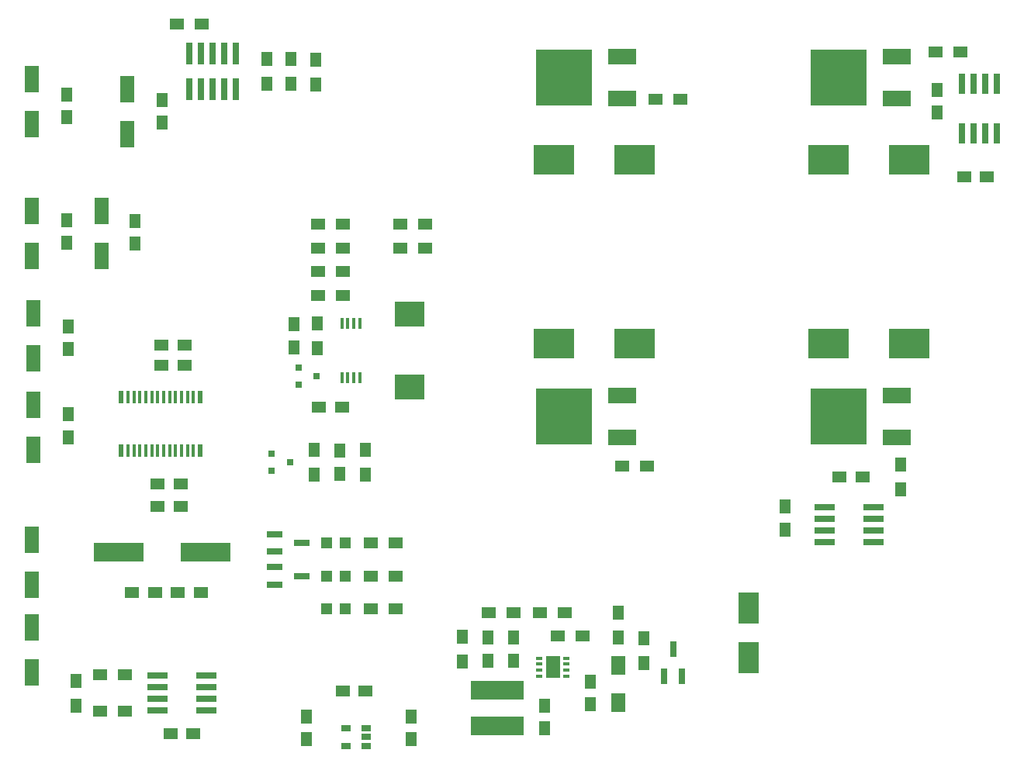
<source format=gtp>
G04 #@! TF.FileFunction,Paste,Top*
%FSLAX46Y46*%
G04 Gerber Fmt 4.6, Leading zero omitted, Abs format (unit mm)*
G04 Created by KiCad (PCBNEW 4.0.0-stable) date Thursday, 26 May 2016 'pmt' 07:34:14 pm*
%MOMM*%
G01*
G04 APERTURE LIST*
%ADD10C,0.100000*%
%ADD11R,1.600000X2.000000*%
%ADD12R,1.500000X1.250000*%
%ADD13R,1.250000X1.500000*%
%ADD14R,4.500880X3.299460*%
%ADD15R,4.498340X3.299460*%
%ADD16R,2.301240X3.500120*%
%ADD17R,0.800100X1.800860*%
%ADD18R,0.800100X0.800100*%
%ADD19R,1.600000X3.000000*%
%ADD20R,1.198880X1.198880*%
%ADD21R,5.800000X2.100000*%
%ADD22R,0.760000X2.400000*%
%ADD23R,3.048000X1.651000*%
%ADD24R,6.096000X6.096000*%
%ADD25R,1.800860X0.800100*%
%ADD26R,1.500000X1.300000*%
%ADD27R,1.300000X1.500000*%
%ADD28R,3.200000X2.700000*%
%ADD29R,0.400000X1.350000*%
%ADD30R,0.600000X1.350000*%
%ADD31R,1.650000X2.400000*%
%ADD32R,0.800000X0.400000*%
%ADD33R,1.060000X0.650000*%
%ADD34R,0.300000X1.300000*%
%ADD35R,0.700000X2.200000*%
%ADD36R,2.200000X0.700000*%
%ADD37R,5.500000X2.000000*%
G04 APERTURE END LIST*
D10*
D11*
X186600000Y-127200000D03*
X186600000Y-131200000D03*
D12*
X156550000Y-130000000D03*
X159050000Y-130000000D03*
D13*
X164000000Y-135250000D03*
X164000000Y-132750000D03*
X152600000Y-135250000D03*
X152600000Y-132750000D03*
X204800000Y-112350000D03*
X204800000Y-109850000D03*
D12*
X210750000Y-106600000D03*
X213250000Y-106600000D03*
D13*
X183600000Y-131450000D03*
X183600000Y-128950000D03*
X175200000Y-124150000D03*
X175200000Y-126650000D03*
X172400000Y-124150000D03*
X172400000Y-126650000D03*
D12*
X224350000Y-73800000D03*
X226850000Y-73800000D03*
D13*
X178600000Y-134050000D03*
X178600000Y-131550000D03*
X221400000Y-64350000D03*
X221400000Y-66850000D03*
X151200000Y-92450000D03*
X151200000Y-89950000D03*
D12*
X156450000Y-99000000D03*
X153950000Y-99000000D03*
X137750000Y-134600000D03*
X140250000Y-134600000D03*
X139250000Y-92200000D03*
X136750000Y-92200000D03*
X139250000Y-94400000D03*
X136750000Y-94400000D03*
D13*
X126400000Y-67350000D03*
X126400000Y-64850000D03*
D12*
X133550000Y-119200000D03*
X136050000Y-119200000D03*
X136350000Y-109800000D03*
X138850000Y-109800000D03*
D13*
X136800000Y-67950000D03*
X136800000Y-65450000D03*
D12*
X136350000Y-107400000D03*
X138850000Y-107400000D03*
X141050000Y-119200000D03*
X138550000Y-119200000D03*
D13*
X133900000Y-78650000D03*
X133900000Y-81150000D03*
X126400000Y-78550000D03*
X126400000Y-81050000D03*
X126600000Y-92650000D03*
X126600000Y-90150000D03*
X126600000Y-99750000D03*
X126600000Y-102250000D03*
X156200000Y-103750000D03*
X156200000Y-106250000D03*
D14*
X179600720Y-92000000D03*
D15*
X188399280Y-92000000D03*
D14*
X209600720Y-92000000D03*
D15*
X218399280Y-92000000D03*
D14*
X179600720Y-72000000D03*
D15*
X188399280Y-72000000D03*
D14*
X209600720Y-72000000D03*
D15*
X218399280Y-72000000D03*
D16*
X200800000Y-126300020D03*
X200800000Y-120899980D03*
D17*
X191650000Y-128401140D03*
X193550000Y-128401140D03*
X192600000Y-125398860D03*
D18*
X151699240Y-94650000D03*
X151699240Y-96550000D03*
X153698220Y-95600000D03*
D19*
X122600000Y-113450000D03*
X122600000Y-118350000D03*
X122600000Y-127950000D03*
X122600000Y-123050000D03*
D20*
X156849020Y-121000000D03*
X154750980Y-121000000D03*
X156849020Y-113800000D03*
X154750980Y-113800000D03*
X156849020Y-117400000D03*
X154750980Y-117400000D03*
D19*
X122600000Y-63150000D03*
X122600000Y-68050000D03*
X133000000Y-64250000D03*
X133000000Y-69150000D03*
X130200000Y-82450000D03*
X130200000Y-77550000D03*
X122600000Y-82450000D03*
X122600000Y-77550000D03*
X122800000Y-88750000D03*
X122800000Y-93650000D03*
X122800000Y-103650000D03*
X122800000Y-98750000D03*
D18*
X148799240Y-104050000D03*
X148799240Y-105950000D03*
X150798220Y-105000000D03*
D21*
X173400000Y-129850000D03*
X173400000Y-133750000D03*
D22*
X144900000Y-60350000D03*
X144900000Y-64250000D03*
X143630000Y-60350000D03*
X143630000Y-64250000D03*
X142360000Y-60350000D03*
X142360000Y-64250000D03*
X141090000Y-60350000D03*
X141090000Y-64250000D03*
X139820000Y-60350000D03*
X139820000Y-64250000D03*
D23*
X187000000Y-102286000D03*
D24*
X180650000Y-100000000D03*
D23*
X187000000Y-97714000D03*
X217000000Y-102286000D03*
D24*
X210650000Y-100000000D03*
D23*
X217000000Y-97714000D03*
X187000000Y-65286000D03*
D24*
X180650000Y-63000000D03*
D23*
X187000000Y-60714000D03*
X217000000Y-65286000D03*
D24*
X210650000Y-63000000D03*
D23*
X217000000Y-60714000D03*
D25*
X149098860Y-112850000D03*
X149098860Y-114750000D03*
X152101140Y-113800000D03*
X149098860Y-116450000D03*
X149098860Y-118350000D03*
X152101140Y-117400000D03*
D26*
X187050000Y-105400000D03*
X189750000Y-105400000D03*
D27*
X217400000Y-105250000D03*
X217400000Y-107950000D03*
X189400000Y-126950000D03*
X189400000Y-124250000D03*
X186600000Y-124150000D03*
X186600000Y-121450000D03*
D26*
X182750000Y-124000000D03*
X180050000Y-124000000D03*
D28*
X163800000Y-96750000D03*
X163800000Y-88850000D03*
D26*
X172450000Y-121400000D03*
X175150000Y-121400000D03*
X193350000Y-65400000D03*
X190650000Y-65400000D03*
X223950000Y-60200000D03*
X221250000Y-60200000D03*
X153850000Y-84200000D03*
X156550000Y-84200000D03*
X156550000Y-81600000D03*
X153850000Y-81600000D03*
D27*
X169600000Y-126750000D03*
X169600000Y-124050000D03*
D26*
X178050000Y-121400000D03*
X180750000Y-121400000D03*
X153850000Y-86800000D03*
X156550000Y-86800000D03*
X156550000Y-79000000D03*
X153850000Y-79000000D03*
D27*
X153800000Y-92550000D03*
X153800000Y-89850000D03*
D26*
X141150000Y-57200000D03*
X138450000Y-57200000D03*
D27*
X148300000Y-60950000D03*
X148300000Y-63650000D03*
X150900000Y-63650000D03*
X150900000Y-60950000D03*
X153600000Y-61050000D03*
X153600000Y-63750000D03*
D26*
X132750000Y-128200000D03*
X130050000Y-128200000D03*
D27*
X127400000Y-128850000D03*
X127400000Y-131550000D03*
D26*
X130050000Y-132200000D03*
X132750000Y-132200000D03*
X162350000Y-121000000D03*
X159650000Y-121000000D03*
X162350000Y-113800000D03*
X159650000Y-113800000D03*
X162350000Y-117400000D03*
X159650000Y-117400000D03*
D27*
X159000000Y-106350000D03*
X159000000Y-103650000D03*
X153400000Y-103650000D03*
X153400000Y-106350000D03*
D26*
X162850000Y-81600000D03*
X165550000Y-81600000D03*
X165550000Y-79000000D03*
X162850000Y-79000000D03*
D29*
X133100000Y-103725000D03*
X133750000Y-103725000D03*
X134400000Y-103725000D03*
X135050000Y-103725000D03*
X133100000Y-97875000D03*
X133750000Y-97875000D03*
X134400000Y-97875000D03*
X135050000Y-97875000D03*
X137650000Y-97875000D03*
X137650000Y-97875000D03*
D30*
X141000000Y-97875000D03*
D29*
X140250000Y-97875000D03*
X139600000Y-97875000D03*
X138950000Y-97875000D03*
X138300000Y-97875000D03*
X137650000Y-97875000D03*
X137000000Y-97875000D03*
X136350000Y-97875000D03*
X135700000Y-97875000D03*
D30*
X132350000Y-97875000D03*
X132350000Y-103725000D03*
D29*
X135700000Y-103725000D03*
X136350000Y-103725000D03*
X137000000Y-103725000D03*
X137650000Y-103725000D03*
X138300000Y-103725000D03*
X138950000Y-103725000D03*
X139600000Y-103725000D03*
X140250000Y-103725000D03*
D30*
X141000000Y-103725000D03*
D31*
X179465000Y-127355000D03*
D32*
X180940000Y-128330000D03*
X180940000Y-127680000D03*
X180940000Y-127030000D03*
X180940000Y-126380000D03*
X177990000Y-126380000D03*
X177990000Y-127030000D03*
X177990000Y-127680000D03*
X177990000Y-128330000D03*
D33*
X159100000Y-135950000D03*
X159100000Y-135000000D03*
X159100000Y-134050000D03*
X156900000Y-134050000D03*
X156900000Y-135950000D03*
D34*
X158400000Y-89800000D03*
X157750000Y-89800000D03*
X157100000Y-89800000D03*
X156450000Y-89800000D03*
X156450000Y-95800000D03*
X157100000Y-95800000D03*
X157750000Y-95800000D03*
X158400000Y-95800000D03*
D35*
X224095000Y-69100000D03*
X225365000Y-69100000D03*
X226635000Y-69100000D03*
X227905000Y-69100000D03*
X227905000Y-63700000D03*
X226635000Y-63700000D03*
X225365000Y-63700000D03*
X224095000Y-63700000D03*
D36*
X209100000Y-109895000D03*
X209100000Y-111165000D03*
X209100000Y-112435000D03*
X209100000Y-113705000D03*
X214500000Y-113705000D03*
X214500000Y-112435000D03*
X214500000Y-111165000D03*
X214500000Y-109895000D03*
X141700000Y-132105000D03*
X141700000Y-130835000D03*
X141700000Y-129565000D03*
X141700000Y-128295000D03*
X136300000Y-128295000D03*
X136300000Y-129565000D03*
X136300000Y-130835000D03*
X136300000Y-132105000D03*
D37*
X132050000Y-114800000D03*
X141550000Y-114800000D03*
M02*

</source>
